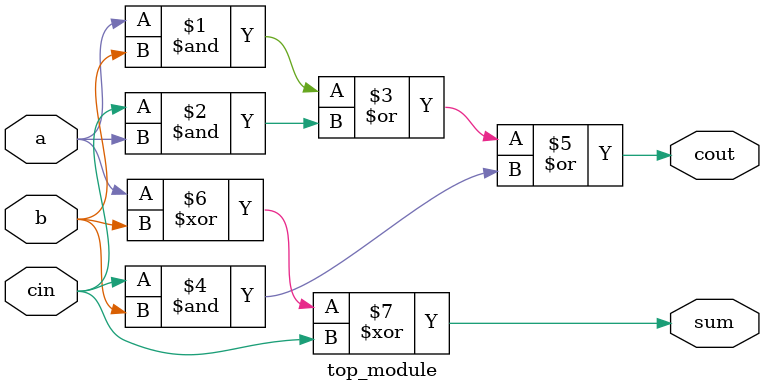
<source format=v>
module top_module( 
    input a, b, cin,
    output cout, sum );
    
    assign cout = ((a & b) | (cin & a) | (cin & b));
    assign sum = a ^ b ^ cin;

endmodule

</source>
